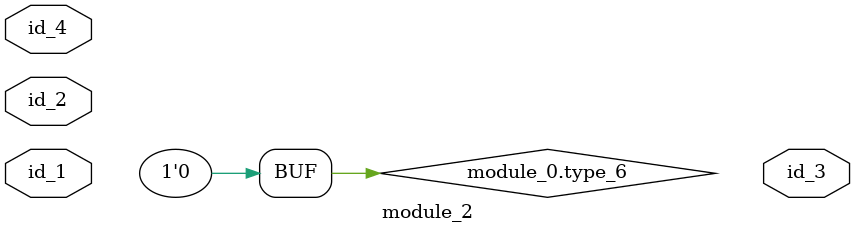
<source format=v>
module module_0 (
    id_1,
    id_2
);
  inout wire id_2;
  inout wire id_1;
  wand id_3, id_4;
  assign id_3 = 1;
  parameter id_5 = -1;
  module_2 modCall_1 (
      id_4,
      id_4,
      id_5,
      id_4
  );
  always id_4 = id_2;
endmodule
module module_1 (
    id_1,
    id_2
);
  inout wire id_2;
  input wire id_1;
  wire id_3;
  module_0 modCall_1 (
      id_3,
      id_2
  );
endmodule
module module_2 (
    id_1,
    id_2,
    id_3,
    id_4
);
  inout wire id_4;
  output wire id_3;
  inout wire id_2;
  inout wire id_1;
  wire id_5;
  assign module_0.type_6 = 0;
  wire id_6, id_7;
endmodule

</source>
